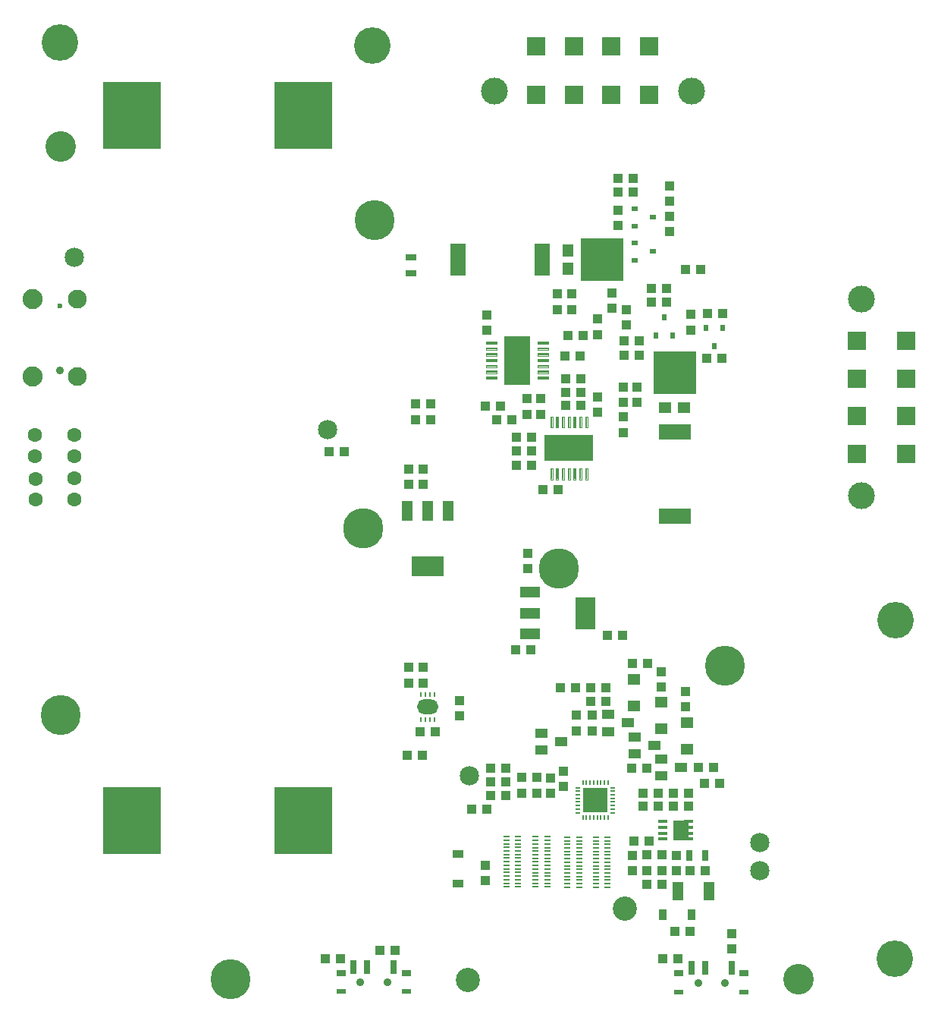
<source format=gbr>
G04 #@! TF.FileFunction,Soldermask,Bot*
%FSLAX46Y46*%
G04 Gerber Fmt 4.6, Leading zero omitted, Abs format (unit mm)*
G04 Created by KiCad (PCBNEW 4.0.2+dfsg1-stable) date Wed 24 Jan 2018 08:48:34 PM PST*
%MOMM*%
G01*
G04 APERTURE LIST*
%ADD10C,0.100000*%
%ADD11C,0.066040*%
%ADD12C,2.697480*%
%ADD13R,6.450000X7.450000*%
%ADD14C,4.466000*%
%ADD15C,3.406000*%
%ADD16R,1.099820X0.998220*%
%ADD17R,0.998220X1.099820*%
%ADD18R,1.198880X0.797560*%
%ADD19R,0.797560X1.198880*%
%ADD20R,1.270000X2.059940*%
%ADD21R,1.399540X0.998220*%
%ADD22R,1.399540X1.198880*%
%ADD23R,0.599440X0.698500*%
%ADD24R,0.698500X0.599440*%
%ADD25C,2.098040*%
%ADD26C,2.247900*%
%ADD27C,0.599440*%
%ADD28C,0.899160*%
%ADD29R,3.558540X1.778000*%
%ADD30R,1.778000X3.558540*%
%ADD31C,1.600200*%
%ADD32R,0.698500X1.498600*%
%ADD33R,0.998220X0.599440*%
%ADD34R,0.998220X0.797560*%
%ADD35C,2.159000*%
%ADD36R,0.269240X1.198880*%
%ADD37R,5.499100X2.999740*%
%ADD38R,1.399540X1.270000*%
%ADD39R,4.798060X4.719320*%
%ADD40R,0.198120X0.497840*%
%ADD41R,0.497840X0.198120*%
%ADD42R,2.799080X2.799080*%
%ADD43R,1.198880X0.269240*%
%ADD44R,2.999740X5.499100*%
%ADD45R,1.270000X1.399540*%
%ADD46R,4.719320X4.798060*%
%ADD47R,0.698500X0.177800*%
%ADD48R,0.988060X0.403860*%
%ADD49R,1.724660X2.232660*%
%ADD50R,1.219200X2.235200*%
%ADD51R,3.599180X2.199640*%
%ADD52R,2.235200X1.219200*%
%ADD53R,2.199640X3.599180*%
%ADD54O,0.248920X0.599440*%
%ADD55O,2.379980X1.648460*%
%ADD56R,2.098040X2.098040*%
%ADD57C,2.999740*%
%ADD58C,4.500880*%
%ADD59C,4.064000*%
%ADD60R,1.220000X0.910000*%
%ADD61R,0.910000X1.220000*%
G04 APERTURE END LIST*
D10*
D11*
X112572800Y-103954580D02*
X112303560Y-103954580D01*
X112303560Y-103954580D02*
X112303560Y-102755700D01*
X112572800Y-102755700D02*
X112303560Y-102755700D01*
X112572800Y-103954580D02*
X112572800Y-102755700D01*
X111922560Y-103954580D02*
X111653320Y-103954580D01*
X111653320Y-103954580D02*
X111653320Y-102755700D01*
X111922560Y-102755700D02*
X111653320Y-102755700D01*
X111922560Y-103954580D02*
X111922560Y-102755700D01*
X111274860Y-103954580D02*
X111003080Y-103954580D01*
X111003080Y-103954580D02*
X111003080Y-102755700D01*
X111274860Y-102755700D02*
X111003080Y-102755700D01*
X111274860Y-103954580D02*
X111274860Y-102755700D01*
X110624620Y-103954580D02*
X110355380Y-103954580D01*
X110355380Y-103954580D02*
X110355380Y-102755700D01*
X110624620Y-102755700D02*
X110355380Y-102755700D01*
X110624620Y-103954580D02*
X110624620Y-102755700D01*
X109976920Y-103954580D02*
X109705140Y-103954580D01*
X109705140Y-103954580D02*
X109705140Y-102755700D01*
X109976920Y-102755700D02*
X109705140Y-102755700D01*
X109976920Y-103954580D02*
X109976920Y-102755700D01*
X109326680Y-103954580D02*
X109057440Y-103954580D01*
X109057440Y-103954580D02*
X109057440Y-102755700D01*
X109326680Y-102755700D02*
X109057440Y-102755700D01*
X109326680Y-103954580D02*
X109326680Y-102755700D01*
X108676440Y-103954580D02*
X108407200Y-103954580D01*
X108407200Y-103954580D02*
X108407200Y-102755700D01*
X108676440Y-102755700D02*
X108407200Y-102755700D01*
X108676440Y-103954580D02*
X108676440Y-102755700D01*
X108676440Y-98158300D02*
X108407200Y-98158300D01*
X108407200Y-98158300D02*
X108407200Y-96959420D01*
X108676440Y-96959420D02*
X108407200Y-96959420D01*
X108676440Y-98158300D02*
X108676440Y-96959420D01*
X109326680Y-98158300D02*
X109057440Y-98158300D01*
X109057440Y-98158300D02*
X109057440Y-96959420D01*
X109326680Y-96959420D02*
X109057440Y-96959420D01*
X109326680Y-98158300D02*
X109326680Y-96959420D01*
X109976920Y-98158300D02*
X109705140Y-98158300D01*
X109705140Y-98158300D02*
X109705140Y-96959420D01*
X109976920Y-96959420D02*
X109705140Y-96959420D01*
X109976920Y-98158300D02*
X109976920Y-96959420D01*
X110624620Y-98158300D02*
X110355380Y-98158300D01*
X110355380Y-98158300D02*
X110355380Y-96959420D01*
X110624620Y-96959420D02*
X110355380Y-96959420D01*
X110624620Y-98158300D02*
X110624620Y-96959420D01*
X111274860Y-98158300D02*
X111003080Y-98158300D01*
X111003080Y-98158300D02*
X111003080Y-96959420D01*
X111274860Y-96959420D02*
X111003080Y-96959420D01*
X111274860Y-98158300D02*
X111274860Y-96959420D01*
X111922560Y-98158300D02*
X111653320Y-98158300D01*
X111653320Y-98158300D02*
X111653320Y-96959420D01*
X111922560Y-96959420D02*
X111653320Y-96959420D01*
X111922560Y-98158300D02*
X111922560Y-96959420D01*
X112572800Y-98158300D02*
X112303560Y-98158300D01*
X112303560Y-98158300D02*
X112303560Y-96959420D01*
X112572800Y-96959420D02*
X112303560Y-96959420D01*
X112572800Y-98158300D02*
X112572800Y-96959420D01*
X112379760Y-101754940D02*
X108600240Y-101754940D01*
X108600240Y-101754940D02*
X108600240Y-99159060D01*
X112379760Y-99159060D02*
X108600240Y-99159060D01*
X112379760Y-101754940D02*
X112379760Y-99159060D01*
X101213920Y-92760800D02*
X101213920Y-92491560D01*
X101213920Y-92491560D02*
X102412800Y-92491560D01*
X102412800Y-92760800D02*
X102412800Y-92491560D01*
X101213920Y-92760800D02*
X102412800Y-92760800D01*
X101213920Y-92110560D02*
X101213920Y-91841320D01*
X101213920Y-91841320D02*
X102412800Y-91841320D01*
X102412800Y-92110560D02*
X102412800Y-91841320D01*
X101213920Y-92110560D02*
X102412800Y-92110560D01*
X101213920Y-91462860D02*
X101213920Y-91191080D01*
X101213920Y-91191080D02*
X102412800Y-91191080D01*
X102412800Y-91462860D02*
X102412800Y-91191080D01*
X101213920Y-91462860D02*
X102412800Y-91462860D01*
X101213920Y-90812620D02*
X101213920Y-90543380D01*
X101213920Y-90543380D02*
X102412800Y-90543380D01*
X102412800Y-90812620D02*
X102412800Y-90543380D01*
X101213920Y-90812620D02*
X102412800Y-90812620D01*
X101213920Y-90164920D02*
X101213920Y-89893140D01*
X101213920Y-89893140D02*
X102412800Y-89893140D01*
X102412800Y-90164920D02*
X102412800Y-89893140D01*
X101213920Y-90164920D02*
X102412800Y-90164920D01*
X101213920Y-89514680D02*
X101213920Y-89245440D01*
X101213920Y-89245440D02*
X102412800Y-89245440D01*
X102412800Y-89514680D02*
X102412800Y-89245440D01*
X101213920Y-89514680D02*
X102412800Y-89514680D01*
X101213920Y-88864440D02*
X101213920Y-88595200D01*
X101213920Y-88595200D02*
X102412800Y-88595200D01*
X102412800Y-88864440D02*
X102412800Y-88595200D01*
X101213920Y-88864440D02*
X102412800Y-88864440D01*
X107010200Y-88864440D02*
X107010200Y-88595200D01*
X107010200Y-88595200D02*
X108209080Y-88595200D01*
X108209080Y-88864440D02*
X108209080Y-88595200D01*
X107010200Y-88864440D02*
X108209080Y-88864440D01*
X107010200Y-89514680D02*
X107010200Y-89245440D01*
X107010200Y-89245440D02*
X108209080Y-89245440D01*
X108209080Y-89514680D02*
X108209080Y-89245440D01*
X107010200Y-89514680D02*
X108209080Y-89514680D01*
X107010200Y-90164920D02*
X107010200Y-89893140D01*
X107010200Y-89893140D02*
X108209080Y-89893140D01*
X108209080Y-90164920D02*
X108209080Y-89893140D01*
X107010200Y-90164920D02*
X108209080Y-90164920D01*
X107010200Y-90812620D02*
X107010200Y-90543380D01*
X107010200Y-90543380D02*
X108209080Y-90543380D01*
X108209080Y-90812620D02*
X108209080Y-90543380D01*
X107010200Y-90812620D02*
X108209080Y-90812620D01*
X107010200Y-91462860D02*
X107010200Y-91191080D01*
X107010200Y-91191080D02*
X108209080Y-91191080D01*
X108209080Y-91462860D02*
X108209080Y-91191080D01*
X107010200Y-91462860D02*
X108209080Y-91462860D01*
X107010200Y-92110560D02*
X107010200Y-91841320D01*
X107010200Y-91841320D02*
X108209080Y-91841320D01*
X108209080Y-92110560D02*
X108209080Y-91841320D01*
X107010200Y-92110560D02*
X108209080Y-92110560D01*
X107010200Y-92760800D02*
X107010200Y-92491560D01*
X107010200Y-92491560D02*
X108209080Y-92491560D01*
X108209080Y-92760800D02*
X108209080Y-92491560D01*
X107010200Y-92760800D02*
X108209080Y-92760800D01*
X103413560Y-92567760D02*
X103413560Y-88788240D01*
X103413560Y-88788240D02*
X106009440Y-88788240D01*
X106009440Y-92567760D02*
X106009440Y-88788240D01*
X103413560Y-92567760D02*
X106009440Y-92567760D01*
D12*
X99204780Y-159826960D03*
X116702840Y-151831040D03*
D13*
X80827400Y-141996800D03*
X80827400Y-63336800D03*
X61717400Y-141996800D03*
X61717400Y-63336800D03*
D14*
X53767400Y-130266800D03*
X88777400Y-75066800D03*
D15*
X53767400Y-66846800D03*
D16*
X93385640Y-97282000D03*
X95082360Y-97282000D03*
D17*
X105918000Y-113878360D03*
X105918000Y-112181640D03*
D16*
X92471240Y-134721600D03*
X94167960Y-134721600D03*
X121434860Y-82677000D03*
X119738140Y-82677000D03*
D17*
X121729500Y-72920860D03*
X121729500Y-71224140D03*
X116586000Y-93639640D03*
X116586000Y-95336360D03*
D16*
X125961140Y-85471000D03*
X127657860Y-85471000D03*
X116690140Y-90106500D03*
X118386860Y-90106500D03*
X116690140Y-88519000D03*
X118386860Y-88519000D03*
X127594360Y-90424000D03*
X125897640Y-90424000D03*
D17*
X94234000Y-102783640D03*
X94234000Y-104480360D03*
D16*
X117688360Y-71945500D03*
X115991640Y-71945500D03*
X117688360Y-70358000D03*
X115991640Y-70358000D03*
D17*
X116014500Y-73954640D03*
X116014500Y-75651360D03*
X92583000Y-102783640D03*
X92583000Y-104480360D03*
D16*
X102829360Y-95758000D03*
X101132640Y-95758000D03*
D17*
X107315000Y-94973140D03*
X107315000Y-96669860D03*
D16*
X109306360Y-105092500D03*
X107609640Y-105092500D03*
D17*
X113665000Y-94782640D03*
X113665000Y-96479360D03*
D16*
X106321860Y-100774500D03*
X104625140Y-100774500D03*
D17*
X109220000Y-83289140D03*
X109220000Y-84985860D03*
X101346000Y-87335360D03*
X101346000Y-85638640D03*
X115316000Y-83162140D03*
X115316000Y-84858860D03*
D16*
X93385640Y-95567500D03*
X95082360Y-95567500D03*
X122151140Y-140398500D03*
X123847860Y-140398500D03*
D17*
X111315500Y-131975860D03*
X111315500Y-130279140D03*
D16*
X101305360Y-140716000D03*
X99608640Y-140716000D03*
X114640360Y-128714500D03*
X112943640Y-128714500D03*
D17*
X101193600Y-147030440D03*
X101193600Y-148727160D03*
D16*
X122290840Y-154381200D03*
X123987560Y-154381200D03*
D17*
X108458000Y-138960860D03*
X108458000Y-137264140D03*
D16*
X106893360Y-139001500D03*
X105196640Y-139001500D03*
X105196640Y-137223500D03*
X106893360Y-137223500D03*
X122151140Y-138938000D03*
X123847860Y-138938000D03*
D17*
X117602000Y-147596860D03*
X117602000Y-145900140D03*
D16*
X119466360Y-144272000D03*
X117769640Y-144272000D03*
X119166640Y-149161500D03*
X120863360Y-149161500D03*
D18*
X92862400Y-80959960D03*
X92862400Y-79161640D03*
D16*
X93893640Y-132143500D03*
X95590360Y-132143500D03*
X124056140Y-147637500D03*
X125752860Y-147637500D03*
D19*
X123941840Y-145923000D03*
X125740160Y-145923000D03*
D20*
X122643900Y-149923500D03*
X126149100Y-149923500D03*
D21*
X107421680Y-134172960D03*
X107421680Y-132275580D03*
X109621320Y-133223000D03*
D22*
X120777000Y-128803400D03*
X120777000Y-131800600D03*
X117792500Y-126263400D03*
X117792500Y-129260600D03*
D23*
X122107960Y-87866220D03*
X120210580Y-87866220D03*
X121158000Y-85869780D03*
X125796040Y-87076280D03*
X127693420Y-87076280D03*
X126746000Y-89072720D03*
D24*
X117873780Y-79499460D03*
X117873780Y-77602080D03*
X119870220Y-78549500D03*
X117873780Y-75689460D03*
X117873780Y-73792080D03*
X119870220Y-74739500D03*
D22*
X123698000Y-131089400D03*
X123698000Y-134086600D03*
D16*
X106321860Y-102425500D03*
X104625140Y-102425500D03*
D17*
X116903500Y-85003640D03*
X116903500Y-86700360D03*
D25*
X55643780Y-83863180D03*
X55643780Y-92501720D03*
D26*
X50596800Y-92501720D03*
X50596800Y-83863180D03*
D27*
X53644800Y-84582000D03*
D28*
X53708300Y-91780360D03*
D27*
X53644800Y-84582000D03*
D29*
X122301000Y-108077000D03*
X122301000Y-98679000D03*
D30*
X98107500Y-79438500D03*
X107505500Y-79438500D03*
D31*
X50952400Y-106235500D03*
X50888900Y-98996500D03*
X50952400Y-103886000D03*
X50888900Y-101409500D03*
X55245000Y-106235500D03*
X55245000Y-103822500D03*
X55245000Y-101409500D03*
X55245000Y-98996500D03*
D21*
X117835680Y-134553960D03*
X117835680Y-132656580D03*
X120035320Y-133604000D03*
X114851180Y-132077460D03*
X114851180Y-130180080D03*
X117050820Y-131127500D03*
X120820180Y-137030460D03*
X120820180Y-135133080D03*
X123019820Y-136080500D03*
D17*
X118110000Y-95336360D03*
X118110000Y-93639640D03*
X124142500Y-85575140D03*
X124142500Y-87271860D03*
X116586000Y-98701860D03*
X116586000Y-97005140D03*
D16*
X104099360Y-97282000D03*
X102402640Y-97282000D03*
D17*
X113665000Y-87779860D03*
X113665000Y-86083140D03*
D16*
X110403640Y-87884000D03*
X112100360Y-87884000D03*
X121434860Y-84201000D03*
X119738140Y-84201000D03*
D17*
X121729500Y-74589640D03*
X121729500Y-76286360D03*
D16*
X123484640Y-80518000D03*
X125181360Y-80518000D03*
D17*
X110807500Y-84985860D03*
X110807500Y-83289140D03*
D16*
X111782860Y-90170000D03*
X110086140Y-90170000D03*
X110149640Y-92773500D03*
X111846360Y-92773500D03*
X111846360Y-94234000D03*
X110149640Y-94234000D03*
D17*
X105791000Y-96669860D03*
X105791000Y-94973140D03*
D16*
X111846360Y-95694500D03*
X110149640Y-95694500D03*
X106258360Y-122936000D03*
X104561640Y-122936000D03*
X116481860Y-121348500D03*
X114785140Y-121348500D03*
X101767640Y-139255500D03*
X103464360Y-139255500D03*
X117515640Y-136144000D03*
X119212360Y-136144000D03*
D17*
X120840500Y-127086360D03*
X120840500Y-125389640D03*
D16*
X111274860Y-127190500D03*
X109578140Y-127190500D03*
X114640360Y-127190500D03*
X112943640Y-127190500D03*
X101767640Y-136207500D03*
X103464360Y-136207500D03*
D17*
X109918500Y-136502140D03*
X109918500Y-138198860D03*
D16*
X101767640Y-137731500D03*
X103464360Y-137731500D03*
X120482360Y-140398500D03*
X118785640Y-140398500D03*
X118785640Y-138938000D03*
X120482360Y-138938000D03*
X125643640Y-137858500D03*
X127340360Y-137858500D03*
X119166640Y-147637500D03*
X120863360Y-147637500D03*
X119166640Y-145859500D03*
X120863360Y-145859500D03*
D17*
X122491500Y-145900140D03*
X122491500Y-147596860D03*
X113093500Y-131975860D03*
X113093500Y-130279140D03*
D16*
X117579140Y-124460000D03*
X119275860Y-124460000D03*
X124945140Y-136080500D03*
X126641860Y-136080500D03*
D17*
X123507500Y-129308860D03*
X123507500Y-127612140D03*
X128651000Y-156296360D03*
X128651000Y-154599640D03*
D16*
X121008140Y-157416500D03*
X122704860Y-157416500D03*
X91069160Y-156514800D03*
X89372440Y-156514800D03*
X83289140Y-157416500D03*
X84985860Y-157416500D03*
D17*
X94234000Y-124945140D03*
X94234000Y-126641860D03*
X92583000Y-126641860D03*
X92583000Y-124945140D03*
X98298000Y-130324860D03*
X98298000Y-128628140D03*
D16*
X104625140Y-99250500D03*
X106321860Y-99250500D03*
X85379560Y-100838000D03*
X83682840Y-100838000D03*
D32*
X86461600Y-158333440D03*
X87960200Y-158333440D03*
X90957400Y-158333440D03*
D33*
X85059520Y-161081720D03*
D34*
X85059520Y-158983680D03*
D33*
X92356940Y-161081720D03*
D34*
X92356940Y-158983680D03*
D28*
X87210900Y-160083500D03*
X90208100Y-160083500D03*
D32*
X124180600Y-158396940D03*
X125679200Y-158396940D03*
X128676400Y-158396940D03*
D33*
X122778520Y-161145220D03*
D34*
X122778520Y-159047180D03*
D33*
X130075940Y-161145220D03*
D34*
X130075940Y-159047180D03*
D28*
X124929900Y-160147000D03*
X127927100Y-160147000D03*
D35*
X131826000Y-147624800D03*
X131826000Y-144475200D03*
X55270400Y-79197200D03*
X99364800Y-137007600D03*
X83515200Y-98399600D03*
D36*
X112438180Y-103355140D03*
X111787940Y-103355140D03*
X111137700Y-103355140D03*
X110490000Y-103355140D03*
X109842300Y-103355140D03*
X109192060Y-103355140D03*
X108541820Y-103355140D03*
X108541820Y-97558860D03*
X109192060Y-97558860D03*
X109842300Y-97558860D03*
X110490000Y-97558860D03*
X111137700Y-97558860D03*
X111787940Y-97558860D03*
X112438180Y-97558860D03*
D37*
X110490000Y-100457000D03*
D38*
X121272300Y-95915480D03*
X123350020Y-95915480D03*
D39*
X122318780Y-92077540D03*
D40*
X114858800Y-141676120D03*
X114457480Y-141676120D03*
X114061240Y-141676120D03*
X113659920Y-141676120D03*
X113261140Y-141676120D03*
X112859820Y-141676120D03*
X112461040Y-141676120D03*
X112059720Y-141676120D03*
D41*
X111511080Y-141124940D03*
X111511080Y-140726160D03*
X111511080Y-140324840D03*
X111511080Y-139926060D03*
X111511080Y-139527280D03*
X111511080Y-139128500D03*
X111511080Y-138727180D03*
X111511080Y-138328400D03*
D40*
X112059720Y-137777220D03*
X112461040Y-137777220D03*
X112859820Y-137777220D03*
X113261140Y-137777220D03*
X113659920Y-137777220D03*
X114061240Y-137777220D03*
X114457480Y-137777220D03*
X114858800Y-137777220D03*
D41*
X115407440Y-138328400D03*
X115407440Y-138727180D03*
X115407440Y-139128500D03*
X115407440Y-139527280D03*
X115407440Y-139926060D03*
X115407440Y-140324840D03*
X115407440Y-140726160D03*
X115407440Y-141124940D03*
D42*
X113461800Y-139727940D03*
D43*
X101813360Y-92626180D03*
X101813360Y-91975940D03*
X101813360Y-91325700D03*
X101813360Y-90678000D03*
X101813360Y-90030300D03*
X101813360Y-89380060D03*
X101813360Y-88729820D03*
X107609640Y-88729820D03*
X107609640Y-89380060D03*
X107609640Y-90030300D03*
X107609640Y-90678000D03*
X107609640Y-91325700D03*
X107609640Y-91975940D03*
X107609640Y-92626180D03*
D44*
X104711500Y-90678000D03*
D45*
X110396020Y-78409800D03*
X110396020Y-80487520D03*
D46*
X114233960Y-79456280D03*
D47*
X103506270Y-143798290D03*
X104832150Y-143798290D03*
X103506270Y-144199610D03*
X104832150Y-144199610D03*
X103506270Y-144598390D03*
X104832150Y-144598390D03*
X103506270Y-144999710D03*
X104832150Y-144999710D03*
X103506270Y-145398490D03*
X104832150Y-145398490D03*
X103506270Y-145799810D03*
X104832150Y-145799810D03*
X103506270Y-146198590D03*
X104832150Y-146198590D03*
X103506270Y-146599910D03*
X104832150Y-146599910D03*
X103506270Y-146996150D03*
X104832150Y-146996150D03*
X103506270Y-147397470D03*
X104832150Y-147397470D03*
X103506270Y-147796250D03*
X104832150Y-147796250D03*
X103506270Y-148197570D03*
X104832150Y-148197570D03*
X103506270Y-148596350D03*
X104832150Y-148596350D03*
X103506270Y-148997670D03*
X104832150Y-148997670D03*
X103506270Y-149396450D03*
X104832150Y-149396450D03*
X106776520Y-143817340D03*
X108102400Y-143817340D03*
X106776520Y-144218660D03*
X108102400Y-144218660D03*
X106776520Y-144617440D03*
X108102400Y-144617440D03*
X106776520Y-145018760D03*
X108102400Y-145018760D03*
X106776520Y-145417540D03*
X108102400Y-145417540D03*
X106776520Y-145818860D03*
X108102400Y-145818860D03*
X106776520Y-146217640D03*
X108102400Y-146217640D03*
X106776520Y-146618960D03*
X108102400Y-146618960D03*
X106776520Y-147015200D03*
X108102400Y-147015200D03*
X106776520Y-147416520D03*
X108102400Y-147416520D03*
X106776520Y-147815300D03*
X108102400Y-147815300D03*
X106776520Y-148216620D03*
X108102400Y-148216620D03*
X106776520Y-148615400D03*
X108102400Y-148615400D03*
X106776520Y-149016720D03*
X108102400Y-149016720D03*
X106776520Y-149415500D03*
X108102400Y-149415500D03*
X113494820Y-143855440D03*
X114820700Y-143855440D03*
X113494820Y-144256760D03*
X114820700Y-144256760D03*
X113494820Y-144655540D03*
X114820700Y-144655540D03*
X113494820Y-145056860D03*
X114820700Y-145056860D03*
X113494820Y-145455640D03*
X114820700Y-145455640D03*
X113494820Y-145856960D03*
X114820700Y-145856960D03*
X113494820Y-146255740D03*
X114820700Y-146255740D03*
X113494820Y-146657060D03*
X114820700Y-146657060D03*
X113494820Y-147053300D03*
X114820700Y-147053300D03*
X113494820Y-147454620D03*
X114820700Y-147454620D03*
X113494820Y-147853400D03*
X114820700Y-147853400D03*
X113494820Y-148254720D03*
X114820700Y-148254720D03*
X113494820Y-148653500D03*
X114820700Y-148653500D03*
X113494820Y-149054820D03*
X114820700Y-149054820D03*
X113494820Y-149453600D03*
X114820700Y-149453600D03*
X110319820Y-143855440D03*
X111645700Y-143855440D03*
X110319820Y-144256760D03*
X111645700Y-144256760D03*
X110319820Y-144655540D03*
X111645700Y-144655540D03*
X110319820Y-145056860D03*
X111645700Y-145056860D03*
X110319820Y-145455640D03*
X111645700Y-145455640D03*
X110319820Y-145856960D03*
X111645700Y-145856960D03*
X110319820Y-146255740D03*
X111645700Y-146255740D03*
X110319820Y-146657060D03*
X111645700Y-146657060D03*
X110319820Y-147053300D03*
X111645700Y-147053300D03*
X110319820Y-147454620D03*
X111645700Y-147454620D03*
X110319820Y-147853400D03*
X111645700Y-147853400D03*
X110319820Y-148254720D03*
X111645700Y-148254720D03*
X110319820Y-148653500D03*
X111645700Y-148653500D03*
X110319820Y-149054820D03*
X111645700Y-149054820D03*
X110319820Y-149453600D03*
X111645700Y-149453600D03*
D48*
X120995440Y-144066260D03*
X120995440Y-143405860D03*
X120995440Y-142748000D03*
X120995440Y-142090140D03*
X123883420Y-142090140D03*
X123883420Y-142748000D03*
X123883420Y-143405860D03*
X123883420Y-144066260D03*
D49*
X122996960Y-143075660D03*
D50*
X92430600Y-107454700D03*
X94742000Y-107454700D03*
X97050860Y-107454700D03*
D51*
X94742000Y-113652300D03*
D52*
X106184700Y-121183400D03*
X106184700Y-118872000D03*
X106184700Y-116563140D03*
D53*
X112382300Y-118872000D03*
D54*
X93992700Y-127924560D03*
X94493080Y-127924560D03*
X94990920Y-127924560D03*
X95491300Y-127924560D03*
X95491300Y-130771900D03*
X94990920Y-130771900D03*
X94493080Y-130771900D03*
X93992700Y-130771900D03*
D55*
X94742000Y-129349500D03*
D56*
X148163280Y-88506300D03*
X148163280Y-92707460D03*
X148163280Y-96903540D03*
X148163280Y-101104700D03*
X142666720Y-88506300D03*
X142666720Y-92707460D03*
X142666720Y-96903540D03*
X142666720Y-101104700D03*
D57*
X143126460Y-83807300D03*
X143126460Y-105803700D03*
D56*
X106857800Y-55608220D03*
X111058960Y-55608220D03*
X115255040Y-55608220D03*
X119456200Y-55608220D03*
X106857800Y-61104780D03*
X111058960Y-61104780D03*
X115255040Y-61104780D03*
X119456200Y-61104780D03*
D57*
X102158800Y-60645040D03*
X124155200Y-60645040D03*
D14*
X72730000Y-159745000D03*
X127930000Y-124735000D03*
D15*
X136150000Y-159745000D03*
D58*
X87566500Y-109410500D03*
X109347000Y-113919000D03*
D59*
X146862800Y-157378400D03*
X53644800Y-55219600D03*
X146964400Y-119634000D03*
X88544400Y-55524400D03*
D60*
X98094800Y-149005800D03*
X98094800Y-145735800D03*
D61*
X120945400Y-152501600D03*
X124215400Y-152501600D03*
M02*

</source>
